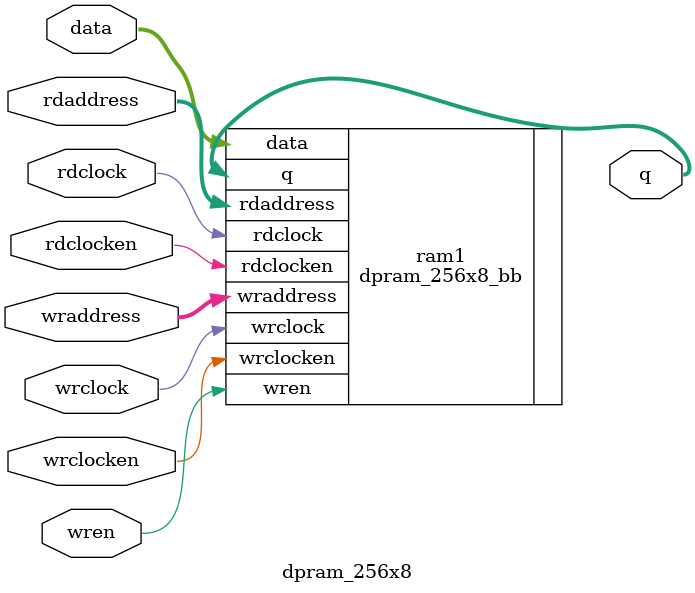
<source format=v>
`include "dpram_32x32.v"

module dpram_256x8 (
	data,
	wren,
	wraddress,
	rdaddress,
	wrclock,
	wrclocken,
	rdclock,
	rdclocken,
	q);

	input [7:0] data;
	input  wren;
	input [7:0] wraddress;
	input [7:0] rdaddress;
	input  wrclock;
	input  wrclocken;
	input  rdclock;
	input  rdclocken;
	output [7:0] q;


	dpram_256x8_bb ram1 (
		.data(data),
		.wren(wren),
		.wraddress(wraddress),
		.rdaddress(rdaddress),
		.wrclock(wrclock),
		.wrclocken(wrclocken),
		.rdclock(rdclock),
		.rdclocken(rdclocken),
		.q(q));



endmodule

</source>
